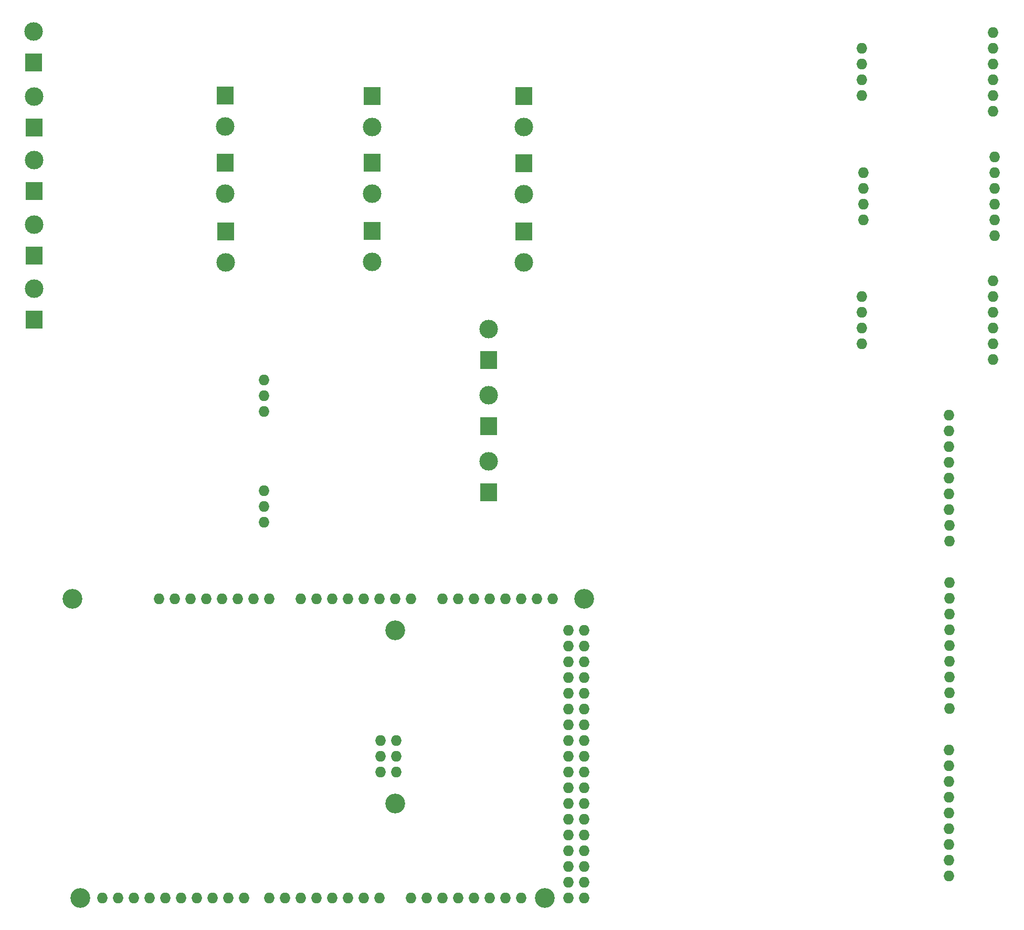
<source format=gts>
G04 #@! TF.GenerationSoftware,KiCad,Pcbnew,(6.0.2)*
G04 #@! TF.CreationDate,2022-05-25T13:29:00+08:00*
G04 #@! TF.ProjectId,CGMOI,43474d4f-492e-46b6-9963-61645f706362,rev?*
G04 #@! TF.SameCoordinates,Original*
G04 #@! TF.FileFunction,Soldermask,Top*
G04 #@! TF.FilePolarity,Negative*
%FSLAX46Y46*%
G04 Gerber Fmt 4.6, Leading zero omitted, Abs format (unit mm)*
G04 Created by KiCad (PCBNEW (6.0.2)) date 2022-05-25 13:29:00*
%MOMM*%
%LPD*%
G01*
G04 APERTURE LIST*
%ADD10O,1.727200X1.727200*%
%ADD11R,2.800000X3.000000*%
%ADD12C,3.000000*%
%ADD13C,3.200000*%
G04 APERTURE END LIST*
D10*
X162672000Y-34500000D03*
X162682000Y-77100000D03*
X176790000Y-106430000D03*
X184106000Y-49538000D03*
X176830000Y-128340000D03*
D11*
X29170000Y-73240000D03*
D12*
X29170000Y-68240000D03*
D10*
X162906000Y-54618000D03*
D11*
X60010000Y-37040000D03*
D12*
X60010000Y-42040000D03*
D10*
X66260000Y-100790000D03*
X176770000Y-88650000D03*
X66260000Y-105870000D03*
X162906000Y-49538000D03*
X184106000Y-57158000D03*
X176780000Y-150280000D03*
X176780000Y-160440000D03*
X176770000Y-101350000D03*
X176770000Y-98810000D03*
X176770000Y-103890000D03*
D11*
X29200000Y-62860000D03*
D12*
X29200000Y-57860000D03*
D10*
X176830000Y-118180000D03*
X183882000Y-69480000D03*
X66260000Y-103330000D03*
X176780000Y-157900000D03*
X183872000Y-29420000D03*
D11*
X29100000Y-31740000D03*
D12*
X29100000Y-26740000D03*
D10*
X183882000Y-77100000D03*
D11*
X29180000Y-52440000D03*
D12*
X29180000Y-47440000D03*
D10*
X176780000Y-155360000D03*
X176830000Y-135960000D03*
X162906000Y-57158000D03*
X183882000Y-66940000D03*
X176770000Y-93730000D03*
D11*
X59970000Y-47920000D03*
D12*
X59970000Y-52920000D03*
D10*
X183872000Y-31960000D03*
X176790000Y-108970000D03*
X162682000Y-72020000D03*
X183872000Y-37040000D03*
X162682000Y-69480000D03*
X184106000Y-59698000D03*
X176780000Y-145200000D03*
X176770000Y-96270000D03*
X176830000Y-133420000D03*
X184106000Y-46998000D03*
X176780000Y-162980000D03*
D11*
X108190000Y-47950000D03*
D12*
X108190000Y-52950000D03*
D10*
X183882000Y-74560000D03*
X184106000Y-52078000D03*
X183882000Y-79640000D03*
X176830000Y-120720000D03*
X176830000Y-115640000D03*
X162672000Y-31960000D03*
X162906000Y-52078000D03*
D11*
X83670000Y-37180000D03*
D12*
X83670000Y-42180000D03*
D10*
X183872000Y-39580000D03*
X184106000Y-54618000D03*
X183882000Y-72020000D03*
D11*
X60100000Y-59000000D03*
D12*
X60100000Y-64000000D03*
D10*
X66260000Y-88050000D03*
D11*
X83700000Y-58900000D03*
D12*
X83700000Y-63900000D03*
D10*
X176830000Y-125800000D03*
D11*
X102520000Y-79770000D03*
D12*
X102520000Y-74770000D03*
D10*
X183872000Y-34500000D03*
X66260000Y-82970000D03*
X176780000Y-147740000D03*
D11*
X108150000Y-37180000D03*
D12*
X108150000Y-42180000D03*
D10*
X183872000Y-26880000D03*
D11*
X83680000Y-47900000D03*
D12*
X83680000Y-52900000D03*
D11*
X108200000Y-59000000D03*
D12*
X108200000Y-64000000D03*
D10*
X162672000Y-29420000D03*
X176780000Y-152820000D03*
D11*
X102530000Y-90400000D03*
D12*
X102530000Y-85400000D03*
D10*
X176830000Y-130880000D03*
X176830000Y-123260000D03*
X176780000Y-142660000D03*
X162672000Y-37040000D03*
D11*
X102500000Y-101100000D03*
D12*
X102500000Y-96100000D03*
D10*
X162682000Y-74560000D03*
X176770000Y-91190000D03*
X66260000Y-85510000D03*
D11*
X29160000Y-42190000D03*
D12*
X29160000Y-37190000D03*
D13*
X35370000Y-118247500D03*
X36640000Y-166507500D03*
D10*
X49340000Y-118247500D03*
D13*
X87440000Y-123327500D03*
X111570000Y-166507500D03*
X117920000Y-118247500D03*
X87440000Y-151267500D03*
D10*
X56960000Y-118247500D03*
X59500000Y-118247500D03*
X87567000Y-146187500D03*
X115380000Y-166507500D03*
X117920000Y-166507500D03*
X72200000Y-118247500D03*
X74740000Y-118247500D03*
X77280000Y-118247500D03*
X79820000Y-118247500D03*
X82360000Y-118247500D03*
X84900000Y-118247500D03*
X87440000Y-118247500D03*
X89980000Y-118247500D03*
X95060000Y-118247500D03*
X97600000Y-118247500D03*
X100140000Y-118247500D03*
X102680000Y-118247500D03*
X105220000Y-118247500D03*
X107760000Y-118247500D03*
X110300000Y-118247500D03*
X112840000Y-118247500D03*
X45276000Y-166507500D03*
X84900000Y-166507500D03*
X82360000Y-166507500D03*
X79820000Y-166507500D03*
X77280000Y-166507500D03*
X74740000Y-166507500D03*
X72200000Y-166507500D03*
X69660000Y-166507500D03*
X67120000Y-166507500D03*
X63056000Y-166507500D03*
X60516000Y-166507500D03*
X57976000Y-166507500D03*
X55436000Y-166507500D03*
X52896000Y-166507500D03*
X50356000Y-166507500D03*
X89980000Y-166507500D03*
X92520000Y-166507500D03*
X95060000Y-166507500D03*
X97600000Y-166507500D03*
X100140000Y-166507500D03*
X102680000Y-166507500D03*
X105220000Y-166507500D03*
X107760000Y-166507500D03*
X115380000Y-163967500D03*
X117920000Y-163967500D03*
X115380000Y-161427500D03*
X117920000Y-161427500D03*
X115380000Y-158887500D03*
X117920000Y-158887500D03*
X115380000Y-156347500D03*
X117920000Y-156347500D03*
X115380000Y-153807500D03*
X117920000Y-153807500D03*
X115380000Y-151267500D03*
X117920000Y-151267500D03*
X115380000Y-148727500D03*
X117920000Y-148727500D03*
X115380000Y-146187500D03*
X117920000Y-146187500D03*
X115380000Y-143647500D03*
X117920000Y-143647500D03*
X115380000Y-141107500D03*
X117920000Y-141107500D03*
X115380000Y-138567500D03*
X117920000Y-138567500D03*
X115380000Y-136027500D03*
X117920000Y-136027500D03*
X115380000Y-133487500D03*
X117920000Y-133487500D03*
X115380000Y-130947500D03*
X117920000Y-130947500D03*
X115380000Y-128407500D03*
X117920000Y-128407500D03*
X115380000Y-125867500D03*
X117920000Y-125867500D03*
X47816000Y-166507500D03*
X62040000Y-118247500D03*
X64580000Y-118247500D03*
X87567000Y-141107500D03*
X115380000Y-123327500D03*
X117920000Y-123327500D03*
X51880000Y-118247500D03*
X85027000Y-146187500D03*
X87567000Y-143647500D03*
X54420000Y-118247500D03*
X85027000Y-141107500D03*
X85027000Y-143647500D03*
X40196000Y-166507500D03*
X42736000Y-166507500D03*
X67120000Y-118247500D03*
M02*

</source>
